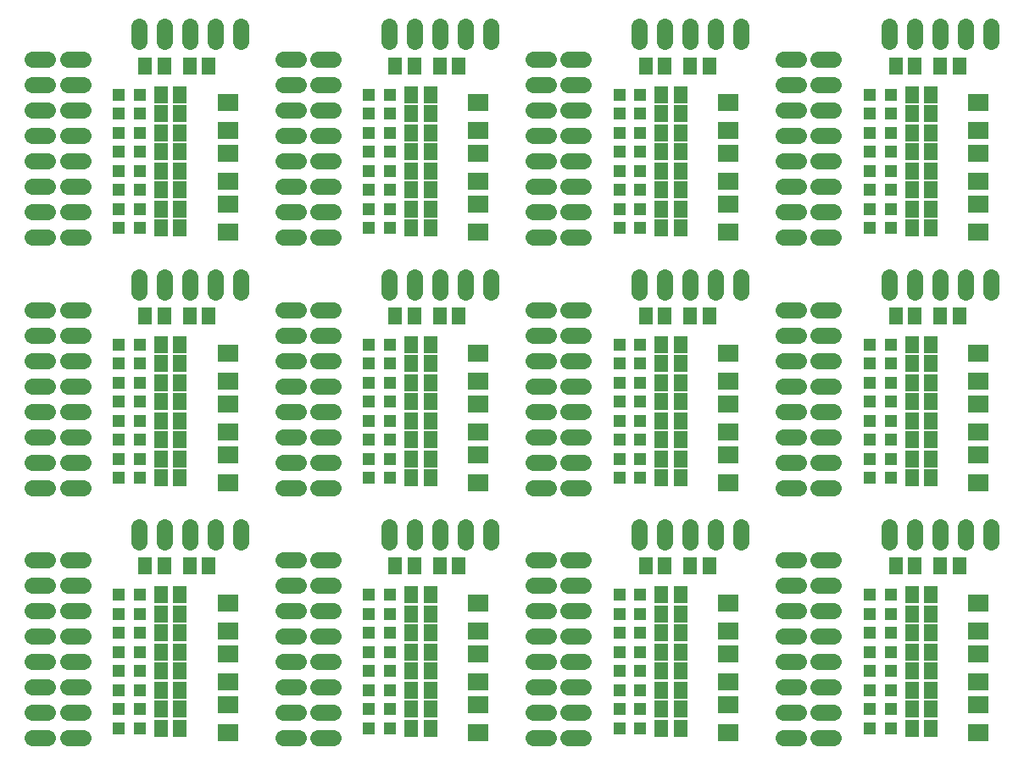
<source format=gts>
G75*
%MOIN*%
%OFA0B0*%
%FSLAX25Y25*%
%IPPOS*%
%LPD*%
%AMOC8*
5,1,8,0,0,1.08239X$1,22.5*
%
%ADD10R,0.05124X0.05124*%
%ADD11R,0.08274X0.06699*%
%ADD12R,0.05518X0.06699*%
%ADD13C,0.06400*%
D10*
X0045366Y0013450D03*
X0045366Y0020950D03*
X0053634Y0020950D03*
X0053634Y0013450D03*
X0053634Y0028450D03*
X0053634Y0035950D03*
X0045366Y0035950D03*
X0045366Y0028450D03*
X0045366Y0043450D03*
X0045366Y0050950D03*
X0053634Y0050950D03*
X0053634Y0043450D03*
X0053634Y0058450D03*
X0053634Y0065950D03*
X0045366Y0065950D03*
X0045366Y0058450D03*
X0045366Y0111875D03*
X0045366Y0119375D03*
X0053634Y0119375D03*
X0053634Y0111875D03*
X0053634Y0126875D03*
X0053634Y0134375D03*
X0045366Y0134375D03*
X0045366Y0126875D03*
X0045366Y0141875D03*
X0045366Y0149375D03*
X0053634Y0149375D03*
X0053634Y0141875D03*
X0053634Y0156875D03*
X0053634Y0164375D03*
X0045366Y0164375D03*
X0045366Y0156875D03*
X0045366Y0210300D03*
X0053634Y0210300D03*
X0053634Y0217800D03*
X0053634Y0225300D03*
X0045366Y0225300D03*
X0045366Y0217800D03*
X0045366Y0232800D03*
X0045366Y0240300D03*
X0053634Y0240300D03*
X0053634Y0232800D03*
X0053634Y0247800D03*
X0053634Y0255300D03*
X0045366Y0255300D03*
X0045366Y0247800D03*
X0045366Y0262800D03*
X0053634Y0262800D03*
X0143791Y0262800D03*
X0152059Y0262800D03*
X0152059Y0255300D03*
X0152059Y0247800D03*
X0143791Y0247800D03*
X0143791Y0255300D03*
X0143791Y0240300D03*
X0143791Y0232800D03*
X0152059Y0232800D03*
X0152059Y0240300D03*
X0152059Y0225300D03*
X0152059Y0217800D03*
X0143791Y0217800D03*
X0143791Y0225300D03*
X0143791Y0210300D03*
X0152059Y0210300D03*
X0152059Y0164375D03*
X0152059Y0156875D03*
X0143791Y0156875D03*
X0143791Y0164375D03*
X0143791Y0149375D03*
X0143791Y0141875D03*
X0152059Y0141875D03*
X0152059Y0149375D03*
X0152059Y0134375D03*
X0152059Y0126875D03*
X0143791Y0126875D03*
X0143791Y0134375D03*
X0143791Y0119375D03*
X0143791Y0111875D03*
X0152059Y0111875D03*
X0152059Y0119375D03*
X0152059Y0065950D03*
X0152059Y0058450D03*
X0143791Y0058450D03*
X0143791Y0065950D03*
X0143791Y0050950D03*
X0143791Y0043450D03*
X0152059Y0043450D03*
X0152059Y0050950D03*
X0152059Y0035950D03*
X0152059Y0028450D03*
X0143791Y0028450D03*
X0143791Y0035950D03*
X0143791Y0020950D03*
X0143791Y0013450D03*
X0152059Y0013450D03*
X0152059Y0020950D03*
X0242217Y0020950D03*
X0242217Y0013450D03*
X0250484Y0013450D03*
X0250484Y0020950D03*
X0250484Y0028450D03*
X0250484Y0035950D03*
X0242217Y0035950D03*
X0242217Y0028450D03*
X0242217Y0043450D03*
X0242217Y0050950D03*
X0250484Y0050950D03*
X0250484Y0043450D03*
X0250484Y0058450D03*
X0250484Y0065950D03*
X0242217Y0065950D03*
X0242217Y0058450D03*
X0242217Y0111875D03*
X0242217Y0119375D03*
X0250484Y0119375D03*
X0250484Y0111875D03*
X0250484Y0126875D03*
X0250484Y0134375D03*
X0242217Y0134375D03*
X0242217Y0126875D03*
X0242217Y0141875D03*
X0242217Y0149375D03*
X0250484Y0149375D03*
X0250484Y0141875D03*
X0250484Y0156875D03*
X0250484Y0164375D03*
X0242217Y0164375D03*
X0242217Y0156875D03*
X0242217Y0210300D03*
X0250484Y0210300D03*
X0250484Y0217800D03*
X0250484Y0225300D03*
X0242217Y0225300D03*
X0242217Y0217800D03*
X0242217Y0232800D03*
X0242217Y0240300D03*
X0250484Y0240300D03*
X0250484Y0232800D03*
X0250484Y0247800D03*
X0250484Y0255300D03*
X0242217Y0255300D03*
X0242217Y0247800D03*
X0242217Y0262800D03*
X0250484Y0262800D03*
X0340642Y0262800D03*
X0348909Y0262800D03*
X0348909Y0255300D03*
X0348909Y0247800D03*
X0340642Y0247800D03*
X0340642Y0255300D03*
X0340642Y0240300D03*
X0340642Y0232800D03*
X0348909Y0232800D03*
X0348909Y0240300D03*
X0348909Y0225300D03*
X0348909Y0217800D03*
X0340642Y0217800D03*
X0340642Y0225300D03*
X0340642Y0210300D03*
X0348909Y0210300D03*
X0348909Y0164375D03*
X0348909Y0156875D03*
X0340642Y0156875D03*
X0340642Y0164375D03*
X0340642Y0149375D03*
X0340642Y0141875D03*
X0348909Y0141875D03*
X0348909Y0149375D03*
X0348909Y0134375D03*
X0348909Y0126875D03*
X0340642Y0126875D03*
X0340642Y0134375D03*
X0340642Y0119375D03*
X0340642Y0111875D03*
X0348909Y0111875D03*
X0348909Y0119375D03*
X0348909Y0065950D03*
X0348909Y0058450D03*
X0340642Y0058450D03*
X0340642Y0065950D03*
X0340642Y0050950D03*
X0340642Y0043450D03*
X0348909Y0043450D03*
X0348909Y0050950D03*
X0348909Y0035950D03*
X0348909Y0028450D03*
X0340642Y0028450D03*
X0340642Y0035950D03*
X0340642Y0020950D03*
X0340642Y0013450D03*
X0348909Y0013450D03*
X0348909Y0020950D03*
D11*
X0383526Y0022712D03*
X0383526Y0031688D03*
X0383526Y0042712D03*
X0383526Y0051688D03*
X0383526Y0062712D03*
X0383526Y0110113D03*
X0383526Y0121137D03*
X0383526Y0130113D03*
X0383526Y0141137D03*
X0383526Y0150113D03*
X0383526Y0161137D03*
X0383526Y0208539D03*
X0383526Y0219562D03*
X0383526Y0228539D03*
X0383526Y0239562D03*
X0383526Y0248539D03*
X0383526Y0259562D03*
X0285100Y0259562D03*
X0285100Y0248539D03*
X0285100Y0239562D03*
X0285100Y0228539D03*
X0285100Y0219562D03*
X0285100Y0208539D03*
X0285100Y0161137D03*
X0285100Y0150113D03*
X0285100Y0141137D03*
X0285100Y0130113D03*
X0285100Y0121137D03*
X0285100Y0110113D03*
X0285100Y0062712D03*
X0285100Y0051688D03*
X0285100Y0042712D03*
X0285100Y0031688D03*
X0285100Y0022712D03*
X0285100Y0011688D03*
X0383526Y0011688D03*
X0186675Y0011688D03*
X0186675Y0022712D03*
X0186675Y0031688D03*
X0186675Y0042712D03*
X0186675Y0051688D03*
X0186675Y0062712D03*
X0186675Y0110113D03*
X0186675Y0121137D03*
X0186675Y0130113D03*
X0186675Y0141137D03*
X0186675Y0150113D03*
X0186675Y0161137D03*
X0186675Y0208539D03*
X0186675Y0219562D03*
X0186675Y0228539D03*
X0186675Y0239562D03*
X0186675Y0248539D03*
X0186675Y0259562D03*
X0088250Y0259562D03*
X0088250Y0248539D03*
X0088250Y0239562D03*
X0088250Y0228539D03*
X0088250Y0219562D03*
X0088250Y0208539D03*
X0088250Y0161137D03*
X0088250Y0150113D03*
X0088250Y0141137D03*
X0088250Y0130113D03*
X0088250Y0121137D03*
X0088250Y0110113D03*
X0088250Y0062712D03*
X0088250Y0051688D03*
X0088250Y0042712D03*
X0088250Y0031688D03*
X0088250Y0022712D03*
X0088250Y0011688D03*
D12*
X0069490Y0013450D03*
X0062010Y0013450D03*
X0062010Y0020950D03*
X0069490Y0020950D03*
X0069490Y0028450D03*
X0062010Y0028450D03*
X0062010Y0035950D03*
X0069490Y0035950D03*
X0069490Y0043450D03*
X0062010Y0043450D03*
X0062010Y0050950D03*
X0069490Y0050950D03*
X0069490Y0058450D03*
X0062010Y0058450D03*
X0062010Y0065950D03*
X0069490Y0065950D03*
X0073260Y0077200D03*
X0080740Y0077200D03*
X0063240Y0077200D03*
X0055760Y0077200D03*
X0062010Y0111875D03*
X0069490Y0111875D03*
X0069490Y0119375D03*
X0062010Y0119375D03*
X0062010Y0126875D03*
X0069490Y0126875D03*
X0069490Y0134375D03*
X0062010Y0134375D03*
X0062010Y0141875D03*
X0069490Y0141875D03*
X0069490Y0149375D03*
X0062010Y0149375D03*
X0062010Y0156875D03*
X0069490Y0156875D03*
X0069490Y0164375D03*
X0062010Y0164375D03*
X0063240Y0175625D03*
X0055760Y0175625D03*
X0073260Y0175625D03*
X0080740Y0175625D03*
X0069490Y0210300D03*
X0062010Y0210300D03*
X0062010Y0217800D03*
X0069490Y0217800D03*
X0069490Y0225300D03*
X0062010Y0225300D03*
X0062010Y0232800D03*
X0069490Y0232800D03*
X0069490Y0240300D03*
X0062010Y0240300D03*
X0062010Y0247800D03*
X0069490Y0247800D03*
X0069490Y0255300D03*
X0062010Y0255300D03*
X0062010Y0262800D03*
X0069490Y0262800D03*
X0073260Y0274050D03*
X0080740Y0274050D03*
X0063240Y0274050D03*
X0055760Y0274050D03*
X0154185Y0274050D03*
X0161665Y0274050D03*
X0171685Y0274050D03*
X0179165Y0274050D03*
X0167915Y0262800D03*
X0160435Y0262800D03*
X0160435Y0255300D03*
X0167915Y0255300D03*
X0167915Y0247800D03*
X0160435Y0247800D03*
X0160435Y0240300D03*
X0167915Y0240300D03*
X0167915Y0232800D03*
X0160435Y0232800D03*
X0160435Y0225300D03*
X0167915Y0225300D03*
X0167915Y0217800D03*
X0160435Y0217800D03*
X0160435Y0210300D03*
X0167915Y0210300D03*
X0171685Y0175625D03*
X0179165Y0175625D03*
X0167915Y0164375D03*
X0160435Y0164375D03*
X0160435Y0156875D03*
X0167915Y0156875D03*
X0167915Y0149375D03*
X0160435Y0149375D03*
X0160435Y0141875D03*
X0167915Y0141875D03*
X0167915Y0134375D03*
X0160435Y0134375D03*
X0160435Y0126875D03*
X0167915Y0126875D03*
X0167915Y0119375D03*
X0160435Y0119375D03*
X0160435Y0111875D03*
X0167915Y0111875D03*
X0171685Y0077200D03*
X0179165Y0077200D03*
X0167915Y0065950D03*
X0160435Y0065950D03*
X0160435Y0058450D03*
X0167915Y0058450D03*
X0167915Y0050950D03*
X0160435Y0050950D03*
X0160435Y0043450D03*
X0167915Y0043450D03*
X0167915Y0035950D03*
X0160435Y0035950D03*
X0160435Y0028450D03*
X0167915Y0028450D03*
X0167915Y0020950D03*
X0160435Y0020950D03*
X0160435Y0013450D03*
X0167915Y0013450D03*
X0161665Y0077200D03*
X0154185Y0077200D03*
X0252610Y0077200D03*
X0260091Y0077200D03*
X0270110Y0077200D03*
X0277591Y0077200D03*
X0266341Y0065950D03*
X0258860Y0065950D03*
X0258860Y0058450D03*
X0266341Y0058450D03*
X0266341Y0050950D03*
X0258860Y0050950D03*
X0258860Y0043450D03*
X0266341Y0043450D03*
X0266341Y0035950D03*
X0258860Y0035950D03*
X0258860Y0028450D03*
X0266341Y0028450D03*
X0266341Y0020950D03*
X0258860Y0020950D03*
X0258860Y0013450D03*
X0266341Y0013450D03*
X0351035Y0077200D03*
X0358516Y0077200D03*
X0368535Y0077200D03*
X0376016Y0077200D03*
X0364766Y0065950D03*
X0357285Y0065950D03*
X0357285Y0058450D03*
X0364766Y0058450D03*
X0364766Y0050950D03*
X0357285Y0050950D03*
X0357285Y0043450D03*
X0364766Y0043450D03*
X0364766Y0035950D03*
X0357285Y0035950D03*
X0357285Y0028450D03*
X0364766Y0028450D03*
X0364766Y0020950D03*
X0357285Y0020950D03*
X0357285Y0013450D03*
X0364766Y0013450D03*
X0364766Y0111875D03*
X0357285Y0111875D03*
X0357285Y0119375D03*
X0364766Y0119375D03*
X0364766Y0126875D03*
X0357285Y0126875D03*
X0357285Y0134375D03*
X0364766Y0134375D03*
X0364766Y0141875D03*
X0357285Y0141875D03*
X0357285Y0149375D03*
X0364766Y0149375D03*
X0364766Y0156875D03*
X0357285Y0156875D03*
X0357285Y0164375D03*
X0364766Y0164375D03*
X0368535Y0175625D03*
X0376016Y0175625D03*
X0358516Y0175625D03*
X0351035Y0175625D03*
X0357285Y0210300D03*
X0364766Y0210300D03*
X0364766Y0217800D03*
X0357285Y0217800D03*
X0357285Y0225300D03*
X0364766Y0225300D03*
X0364766Y0232800D03*
X0357285Y0232800D03*
X0357285Y0240300D03*
X0364766Y0240300D03*
X0364766Y0247800D03*
X0357285Y0247800D03*
X0357285Y0255300D03*
X0364766Y0255300D03*
X0364766Y0262800D03*
X0357285Y0262800D03*
X0358516Y0274050D03*
X0351035Y0274050D03*
X0368535Y0274050D03*
X0376016Y0274050D03*
X0277591Y0274050D03*
X0270110Y0274050D03*
X0260091Y0274050D03*
X0252610Y0274050D03*
X0258860Y0262800D03*
X0266341Y0262800D03*
X0266341Y0255300D03*
X0258860Y0255300D03*
X0258860Y0247800D03*
X0266341Y0247800D03*
X0266341Y0240300D03*
X0258860Y0240300D03*
X0258860Y0232800D03*
X0266341Y0232800D03*
X0266341Y0225300D03*
X0258860Y0225300D03*
X0258860Y0217800D03*
X0266341Y0217800D03*
X0266341Y0210300D03*
X0258860Y0210300D03*
X0260091Y0175625D03*
X0252610Y0175625D03*
X0258860Y0164375D03*
X0266341Y0164375D03*
X0266341Y0156875D03*
X0258860Y0156875D03*
X0258860Y0149375D03*
X0266341Y0149375D03*
X0266341Y0141875D03*
X0258860Y0141875D03*
X0258860Y0134375D03*
X0266341Y0134375D03*
X0266341Y0126875D03*
X0258860Y0126875D03*
X0258860Y0119375D03*
X0266341Y0119375D03*
X0266341Y0111875D03*
X0258860Y0111875D03*
X0270110Y0175625D03*
X0277591Y0175625D03*
X0161665Y0175625D03*
X0154185Y0175625D03*
D13*
X0017500Y0009700D02*
X0011500Y0009700D01*
X0011500Y0019700D02*
X0017500Y0019700D01*
X0025250Y0019700D02*
X0031250Y0019700D01*
X0031250Y0009700D02*
X0025250Y0009700D01*
X0025250Y0029700D02*
X0031250Y0029700D01*
X0017500Y0029700D02*
X0011500Y0029700D01*
X0011500Y0039700D02*
X0017500Y0039700D01*
X0025250Y0039700D02*
X0031250Y0039700D01*
X0031250Y0049700D02*
X0025250Y0049700D01*
X0017500Y0049700D02*
X0011500Y0049700D01*
X0011500Y0059700D02*
X0017500Y0059700D01*
X0025250Y0059700D02*
X0031250Y0059700D01*
X0031250Y0069700D02*
X0025250Y0069700D01*
X0017500Y0069700D02*
X0011500Y0069700D01*
X0011500Y0079700D02*
X0017500Y0079700D01*
X0025250Y0079700D02*
X0031250Y0079700D01*
X0053250Y0086700D02*
X0053250Y0092700D01*
X0063250Y0092700D02*
X0063250Y0086700D01*
X0073250Y0086700D02*
X0073250Y0092700D01*
X0083250Y0092700D02*
X0083250Y0086700D01*
X0093250Y0086700D02*
X0093250Y0092700D01*
X0109925Y0079700D02*
X0115925Y0079700D01*
X0123675Y0079700D02*
X0129675Y0079700D01*
X0129675Y0069700D02*
X0123675Y0069700D01*
X0115925Y0069700D02*
X0109925Y0069700D01*
X0109925Y0059700D02*
X0115925Y0059700D01*
X0123675Y0059700D02*
X0129675Y0059700D01*
X0129675Y0049700D02*
X0123675Y0049700D01*
X0115925Y0049700D02*
X0109925Y0049700D01*
X0109925Y0039700D02*
X0115925Y0039700D01*
X0123675Y0039700D02*
X0129675Y0039700D01*
X0129675Y0029700D02*
X0123675Y0029700D01*
X0115925Y0029700D02*
X0109925Y0029700D01*
X0109925Y0019700D02*
X0115925Y0019700D01*
X0123675Y0019700D02*
X0129675Y0019700D01*
X0129675Y0009700D02*
X0123675Y0009700D01*
X0115925Y0009700D02*
X0109925Y0009700D01*
X0151675Y0086700D02*
X0151675Y0092700D01*
X0161675Y0092700D02*
X0161675Y0086700D01*
X0171675Y0086700D02*
X0171675Y0092700D01*
X0181675Y0092700D02*
X0181675Y0086700D01*
X0191675Y0086700D02*
X0191675Y0092700D01*
X0208350Y0079700D02*
X0214350Y0079700D01*
X0222100Y0079700D02*
X0228100Y0079700D01*
X0228100Y0069700D02*
X0222100Y0069700D01*
X0214350Y0069700D02*
X0208350Y0069700D01*
X0208350Y0059700D02*
X0214350Y0059700D01*
X0222100Y0059700D02*
X0228100Y0059700D01*
X0228100Y0049700D02*
X0222100Y0049700D01*
X0214350Y0049700D02*
X0208350Y0049700D01*
X0208350Y0039700D02*
X0214350Y0039700D01*
X0222100Y0039700D02*
X0228100Y0039700D01*
X0228100Y0029700D02*
X0222100Y0029700D01*
X0214350Y0029700D02*
X0208350Y0029700D01*
X0208350Y0019700D02*
X0214350Y0019700D01*
X0222100Y0019700D02*
X0228100Y0019700D01*
X0228100Y0009700D02*
X0222100Y0009700D01*
X0214350Y0009700D02*
X0208350Y0009700D01*
X0306776Y0009700D02*
X0312776Y0009700D01*
X0320526Y0009700D02*
X0326526Y0009700D01*
X0326526Y0019700D02*
X0320526Y0019700D01*
X0312776Y0019700D02*
X0306776Y0019700D01*
X0306776Y0029700D02*
X0312776Y0029700D01*
X0320526Y0029700D02*
X0326526Y0029700D01*
X0326526Y0039700D02*
X0320526Y0039700D01*
X0312776Y0039700D02*
X0306776Y0039700D01*
X0306776Y0049700D02*
X0312776Y0049700D01*
X0320526Y0049700D02*
X0326526Y0049700D01*
X0326526Y0059700D02*
X0320526Y0059700D01*
X0312776Y0059700D02*
X0306776Y0059700D01*
X0306776Y0069700D02*
X0312776Y0069700D01*
X0320526Y0069700D02*
X0326526Y0069700D01*
X0326526Y0079700D02*
X0320526Y0079700D01*
X0312776Y0079700D02*
X0306776Y0079700D01*
X0290100Y0086700D02*
X0290100Y0092700D01*
X0280100Y0092700D02*
X0280100Y0086700D01*
X0270100Y0086700D02*
X0270100Y0092700D01*
X0260100Y0092700D02*
X0260100Y0086700D01*
X0250100Y0086700D02*
X0250100Y0092700D01*
X0228100Y0108125D02*
X0222100Y0108125D01*
X0214350Y0108125D02*
X0208350Y0108125D01*
X0208350Y0118125D02*
X0214350Y0118125D01*
X0222100Y0118125D02*
X0228100Y0118125D01*
X0228100Y0128125D02*
X0222100Y0128125D01*
X0214350Y0128125D02*
X0208350Y0128125D01*
X0208350Y0138125D02*
X0214350Y0138125D01*
X0222100Y0138125D02*
X0228100Y0138125D01*
X0228100Y0148125D02*
X0222100Y0148125D01*
X0214350Y0148125D02*
X0208350Y0148125D01*
X0208350Y0158125D02*
X0214350Y0158125D01*
X0222100Y0158125D02*
X0228100Y0158125D01*
X0228100Y0168125D02*
X0222100Y0168125D01*
X0214350Y0168125D02*
X0208350Y0168125D01*
X0208350Y0178125D02*
X0214350Y0178125D01*
X0222100Y0178125D02*
X0228100Y0178125D01*
X0250100Y0185125D02*
X0250100Y0191125D01*
X0260100Y0191125D02*
X0260100Y0185125D01*
X0270100Y0185125D02*
X0270100Y0191125D01*
X0280100Y0191125D02*
X0280100Y0185125D01*
X0290100Y0185125D02*
X0290100Y0191125D01*
X0306776Y0178125D02*
X0312776Y0178125D01*
X0320526Y0178125D02*
X0326526Y0178125D01*
X0326526Y0168125D02*
X0320526Y0168125D01*
X0312776Y0168125D02*
X0306776Y0168125D01*
X0306776Y0158125D02*
X0312776Y0158125D01*
X0320526Y0158125D02*
X0326526Y0158125D01*
X0326526Y0148125D02*
X0320526Y0148125D01*
X0312776Y0148125D02*
X0306776Y0148125D01*
X0306776Y0138125D02*
X0312776Y0138125D01*
X0320526Y0138125D02*
X0326526Y0138125D01*
X0326526Y0128125D02*
X0320526Y0128125D01*
X0312776Y0128125D02*
X0306776Y0128125D01*
X0306776Y0118125D02*
X0312776Y0118125D01*
X0320526Y0118125D02*
X0326526Y0118125D01*
X0326526Y0108125D02*
X0320526Y0108125D01*
X0312776Y0108125D02*
X0306776Y0108125D01*
X0348526Y0092700D02*
X0348526Y0086700D01*
X0358526Y0086700D02*
X0358526Y0092700D01*
X0368526Y0092700D02*
X0368526Y0086700D01*
X0378526Y0086700D02*
X0378526Y0092700D01*
X0388526Y0092700D02*
X0388526Y0086700D01*
X0388526Y0185125D02*
X0388526Y0191125D01*
X0378526Y0191125D02*
X0378526Y0185125D01*
X0368526Y0185125D02*
X0368526Y0191125D01*
X0358526Y0191125D02*
X0358526Y0185125D01*
X0348526Y0185125D02*
X0348526Y0191125D01*
X0326526Y0206550D02*
X0320526Y0206550D01*
X0312776Y0206550D02*
X0306776Y0206550D01*
X0306776Y0216550D02*
X0312776Y0216550D01*
X0320526Y0216550D02*
X0326526Y0216550D01*
X0326526Y0226550D02*
X0320526Y0226550D01*
X0312776Y0226550D02*
X0306776Y0226550D01*
X0306776Y0236550D02*
X0312776Y0236550D01*
X0320526Y0236550D02*
X0326526Y0236550D01*
X0326526Y0246550D02*
X0320526Y0246550D01*
X0312776Y0246550D02*
X0306776Y0246550D01*
X0306776Y0256550D02*
X0312776Y0256550D01*
X0320526Y0256550D02*
X0326526Y0256550D01*
X0326526Y0266550D02*
X0320526Y0266550D01*
X0312776Y0266550D02*
X0306776Y0266550D01*
X0306776Y0276550D02*
X0312776Y0276550D01*
X0320526Y0276550D02*
X0326526Y0276550D01*
X0348526Y0283550D02*
X0348526Y0289550D01*
X0358526Y0289550D02*
X0358526Y0283550D01*
X0368526Y0283550D02*
X0368526Y0289550D01*
X0378526Y0289550D02*
X0378526Y0283550D01*
X0388526Y0283550D02*
X0388526Y0289550D01*
X0290100Y0289550D02*
X0290100Y0283550D01*
X0280100Y0283550D02*
X0280100Y0289550D01*
X0270100Y0289550D02*
X0270100Y0283550D01*
X0260100Y0283550D02*
X0260100Y0289550D01*
X0250100Y0289550D02*
X0250100Y0283550D01*
X0228100Y0276550D02*
X0222100Y0276550D01*
X0214350Y0276550D02*
X0208350Y0276550D01*
X0208350Y0266550D02*
X0214350Y0266550D01*
X0222100Y0266550D02*
X0228100Y0266550D01*
X0228100Y0256550D02*
X0222100Y0256550D01*
X0214350Y0256550D02*
X0208350Y0256550D01*
X0208350Y0246550D02*
X0214350Y0246550D01*
X0222100Y0246550D02*
X0228100Y0246550D01*
X0228100Y0236550D02*
X0222100Y0236550D01*
X0214350Y0236550D02*
X0208350Y0236550D01*
X0208350Y0226550D02*
X0214350Y0226550D01*
X0222100Y0226550D02*
X0228100Y0226550D01*
X0228100Y0216550D02*
X0222100Y0216550D01*
X0214350Y0216550D02*
X0208350Y0216550D01*
X0208350Y0206550D02*
X0214350Y0206550D01*
X0222100Y0206550D02*
X0228100Y0206550D01*
X0191675Y0191125D02*
X0191675Y0185125D01*
X0181675Y0185125D02*
X0181675Y0191125D01*
X0171675Y0191125D02*
X0171675Y0185125D01*
X0161675Y0185125D02*
X0161675Y0191125D01*
X0151675Y0191125D02*
X0151675Y0185125D01*
X0129675Y0178125D02*
X0123675Y0178125D01*
X0115925Y0178125D02*
X0109925Y0178125D01*
X0109925Y0168125D02*
X0115925Y0168125D01*
X0123675Y0168125D02*
X0129675Y0168125D01*
X0129675Y0158125D02*
X0123675Y0158125D01*
X0115925Y0158125D02*
X0109925Y0158125D01*
X0109925Y0148125D02*
X0115925Y0148125D01*
X0123675Y0148125D02*
X0129675Y0148125D01*
X0129675Y0138125D02*
X0123675Y0138125D01*
X0115925Y0138125D02*
X0109925Y0138125D01*
X0109925Y0128125D02*
X0115925Y0128125D01*
X0123675Y0128125D02*
X0129675Y0128125D01*
X0129675Y0118125D02*
X0123675Y0118125D01*
X0115925Y0118125D02*
X0109925Y0118125D01*
X0109925Y0108125D02*
X0115925Y0108125D01*
X0123675Y0108125D02*
X0129675Y0108125D01*
X0031250Y0108125D02*
X0025250Y0108125D01*
X0017500Y0108125D02*
X0011500Y0108125D01*
X0011500Y0118125D02*
X0017500Y0118125D01*
X0025250Y0118125D02*
X0031250Y0118125D01*
X0031250Y0128125D02*
X0025250Y0128125D01*
X0017500Y0128125D02*
X0011500Y0128125D01*
X0011500Y0138125D02*
X0017500Y0138125D01*
X0025250Y0138125D02*
X0031250Y0138125D01*
X0031250Y0148125D02*
X0025250Y0148125D01*
X0017500Y0148125D02*
X0011500Y0148125D01*
X0011500Y0158125D02*
X0017500Y0158125D01*
X0025250Y0158125D02*
X0031250Y0158125D01*
X0031250Y0168125D02*
X0025250Y0168125D01*
X0017500Y0168125D02*
X0011500Y0168125D01*
X0011500Y0178125D02*
X0017500Y0178125D01*
X0025250Y0178125D02*
X0031250Y0178125D01*
X0053250Y0185125D02*
X0053250Y0191125D01*
X0063250Y0191125D02*
X0063250Y0185125D01*
X0073250Y0185125D02*
X0073250Y0191125D01*
X0083250Y0191125D02*
X0083250Y0185125D01*
X0093250Y0185125D02*
X0093250Y0191125D01*
X0109925Y0206550D02*
X0115925Y0206550D01*
X0123675Y0206550D02*
X0129675Y0206550D01*
X0129675Y0216550D02*
X0123675Y0216550D01*
X0115925Y0216550D02*
X0109925Y0216550D01*
X0109925Y0226550D02*
X0115925Y0226550D01*
X0123675Y0226550D02*
X0129675Y0226550D01*
X0129675Y0236550D02*
X0123675Y0236550D01*
X0115925Y0236550D02*
X0109925Y0236550D01*
X0109925Y0246550D02*
X0115925Y0246550D01*
X0123675Y0246550D02*
X0129675Y0246550D01*
X0129675Y0256550D02*
X0123675Y0256550D01*
X0115925Y0256550D02*
X0109925Y0256550D01*
X0109925Y0266550D02*
X0115925Y0266550D01*
X0123675Y0266550D02*
X0129675Y0266550D01*
X0129675Y0276550D02*
X0123675Y0276550D01*
X0115925Y0276550D02*
X0109925Y0276550D01*
X0093250Y0283550D02*
X0093250Y0289550D01*
X0083250Y0289550D02*
X0083250Y0283550D01*
X0073250Y0283550D02*
X0073250Y0289550D01*
X0063250Y0289550D02*
X0063250Y0283550D01*
X0053250Y0283550D02*
X0053250Y0289550D01*
X0031250Y0276550D02*
X0025250Y0276550D01*
X0017500Y0276550D02*
X0011500Y0276550D01*
X0011500Y0266550D02*
X0017500Y0266550D01*
X0025250Y0266550D02*
X0031250Y0266550D01*
X0031250Y0256550D02*
X0025250Y0256550D01*
X0017500Y0256550D02*
X0011500Y0256550D01*
X0011500Y0246550D02*
X0017500Y0246550D01*
X0025250Y0246550D02*
X0031250Y0246550D01*
X0031250Y0236550D02*
X0025250Y0236550D01*
X0017500Y0236550D02*
X0011500Y0236550D01*
X0011500Y0226550D02*
X0017500Y0226550D01*
X0025250Y0226550D02*
X0031250Y0226550D01*
X0031250Y0216550D02*
X0025250Y0216550D01*
X0017500Y0216550D02*
X0011500Y0216550D01*
X0011500Y0206550D02*
X0017500Y0206550D01*
X0025250Y0206550D02*
X0031250Y0206550D01*
X0151675Y0283550D02*
X0151675Y0289550D01*
X0161675Y0289550D02*
X0161675Y0283550D01*
X0171675Y0283550D02*
X0171675Y0289550D01*
X0181675Y0289550D02*
X0181675Y0283550D01*
X0191675Y0283550D02*
X0191675Y0289550D01*
M02*

</source>
